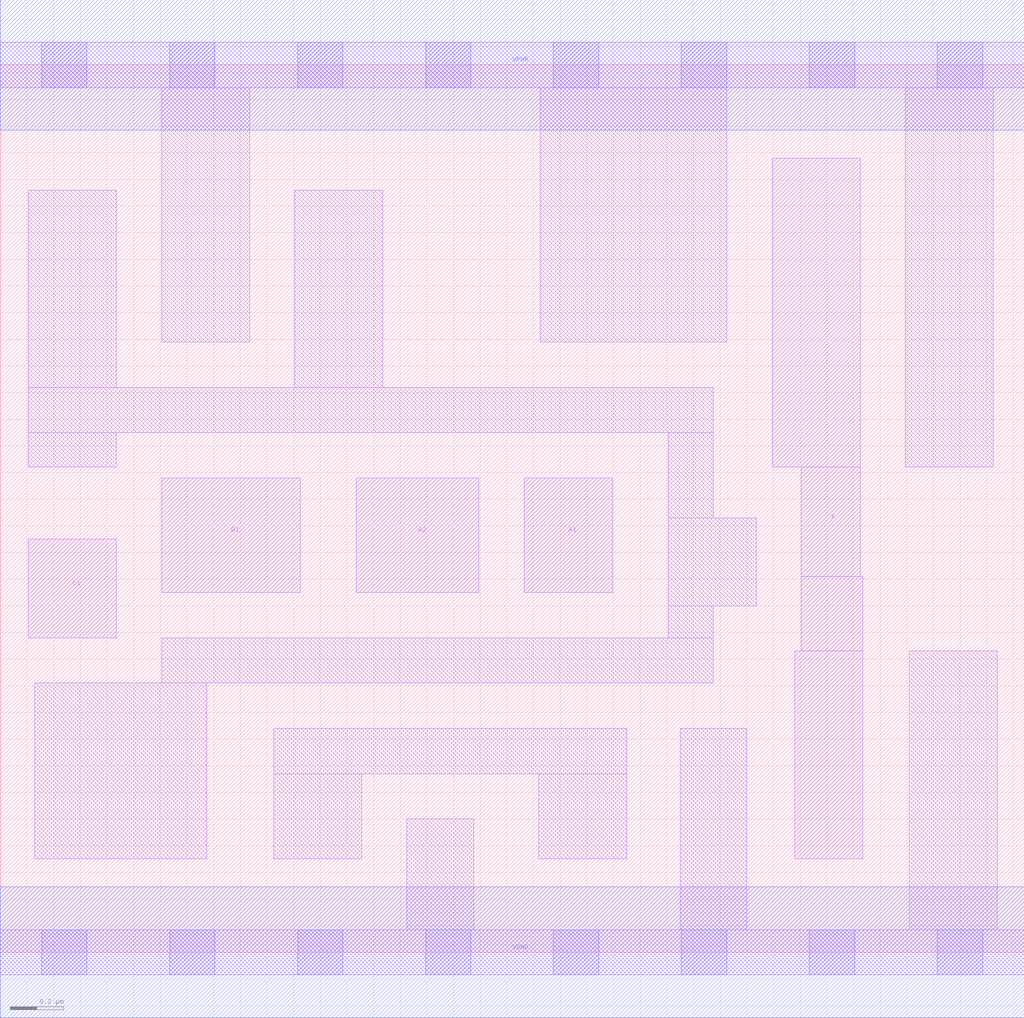
<source format=lef>
# Copyright 2020 The SkyWater PDK Authors
#
# Licensed under the Apache License, Version 2.0 (the "License");
# you may not use this file except in compliance with the License.
# You may obtain a copy of the License at
#
#     https://www.apache.org/licenses/LICENSE-2.0
#
# Unless required by applicable law or agreed to in writing, software
# distributed under the License is distributed on an "AS IS" BASIS,
# WITHOUT WARRANTIES OR CONDITIONS OF ANY KIND, either express or implied.
# See the License for the specific language governing permissions and
# limitations under the License.
#
# SPDX-License-Identifier: Apache-2.0

VERSION 5.7 ;
  NAMESCASESENSITIVE ON ;
  NOWIREEXTENSIONATPIN ON ;
  DIVIDERCHAR "/" ;
  BUSBITCHARS "[]" ;
UNITS
  DATABASE MICRONS 200 ;
END UNITS
MACRO sky130_fd_sc_ms__o211a_2
  CLASS CORE ;
  SOURCE USER ;
  FOREIGN sky130_fd_sc_ms__o211a_2 ;
  ORIGIN  0.000000  0.000000 ;
  SIZE  3.840000 BY  3.330000 ;
  SYMMETRY X Y ;
  SITE unit ;
  PIN A1
    ANTENNAGATEAREA  0.291000 ;
    DIRECTION INPUT ;
    USE SIGNAL ;
    PORT
      LAYER li1 ;
        RECT 1.965000 1.350000 2.295000 1.780000 ;
    END
  END A1
  PIN A2
    ANTENNAGATEAREA  0.291000 ;
    DIRECTION INPUT ;
    USE SIGNAL ;
    PORT
      LAYER li1 ;
        RECT 1.335000 1.350000 1.795000 1.780000 ;
    END
  END A2
  PIN B1
    ANTENNAGATEAREA  0.291000 ;
    DIRECTION INPUT ;
    USE SIGNAL ;
    PORT
      LAYER li1 ;
        RECT 0.605000 1.350000 1.125000 1.780000 ;
    END
  END B1
  PIN C1
    ANTENNAGATEAREA  0.291000 ;
    DIRECTION INPUT ;
    USE SIGNAL ;
    PORT
      LAYER li1 ;
        RECT 0.105000 1.180000 0.435000 1.550000 ;
    END
  END C1
  PIN X
    ANTENNADIFFAREA  0.509600 ;
    DIRECTION OUTPUT ;
    USE SIGNAL ;
    PORT
      LAYER li1 ;
        RECT 2.895000 1.820000 3.225000 2.980000 ;
        RECT 2.980000 0.350000 3.235000 1.130000 ;
        RECT 3.005000 1.130000 3.235000 1.410000 ;
        RECT 3.005000 1.410000 3.225000 1.820000 ;
    END
  END X
  PIN VGND
    DIRECTION INOUT ;
    USE GROUND ;
    PORT
      LAYER met1 ;
        RECT 0.000000 -0.245000 3.840000 0.245000 ;
    END
  END VGND
  PIN VPWR
    DIRECTION INOUT ;
    USE POWER ;
    PORT
      LAYER met1 ;
        RECT 0.000000 3.085000 3.840000 3.575000 ;
    END
  END VPWR
  OBS
    LAYER li1 ;
      RECT 0.000000 -0.085000 3.840000 0.085000 ;
      RECT 0.000000  3.245000 3.840000 3.415000 ;
      RECT 0.105000  1.820000 0.435000 1.950000 ;
      RECT 0.105000  1.950000 2.675000 2.120000 ;
      RECT 0.105000  2.120000 0.435000 2.860000 ;
      RECT 0.130000  0.350000 0.775000 1.010000 ;
      RECT 0.605000  1.010000 2.675000 1.180000 ;
      RECT 0.605000  2.290000 0.935000 3.245000 ;
      RECT 1.025000  0.350000 1.355000 0.670000 ;
      RECT 1.025000  0.670000 2.350000 0.840000 ;
      RECT 1.105000  2.120000 1.435000 2.860000 ;
      RECT 1.525000  0.085000 1.775000 0.500000 ;
      RECT 2.020000  0.350000 2.350000 0.670000 ;
      RECT 2.025000  2.290000 2.725000 3.245000 ;
      RECT 2.505000  1.180000 2.675000 1.300000 ;
      RECT 2.505000  1.300000 2.835000 1.630000 ;
      RECT 2.505000  1.630000 2.675000 1.950000 ;
      RECT 2.550000  0.085000 2.800000 0.840000 ;
      RECT 3.395000  1.820000 3.725000 3.245000 ;
      RECT 3.410000  0.085000 3.740000 1.130000 ;
    LAYER mcon ;
      RECT 0.155000 -0.085000 0.325000 0.085000 ;
      RECT 0.155000  3.245000 0.325000 3.415000 ;
      RECT 0.635000 -0.085000 0.805000 0.085000 ;
      RECT 0.635000  3.245000 0.805000 3.415000 ;
      RECT 1.115000 -0.085000 1.285000 0.085000 ;
      RECT 1.115000  3.245000 1.285000 3.415000 ;
      RECT 1.595000 -0.085000 1.765000 0.085000 ;
      RECT 1.595000  3.245000 1.765000 3.415000 ;
      RECT 2.075000 -0.085000 2.245000 0.085000 ;
      RECT 2.075000  3.245000 2.245000 3.415000 ;
      RECT 2.555000 -0.085000 2.725000 0.085000 ;
      RECT 2.555000  3.245000 2.725000 3.415000 ;
      RECT 3.035000 -0.085000 3.205000 0.085000 ;
      RECT 3.035000  3.245000 3.205000 3.415000 ;
      RECT 3.515000 -0.085000 3.685000 0.085000 ;
      RECT 3.515000  3.245000 3.685000 3.415000 ;
  END
END sky130_fd_sc_ms__o211a_2

</source>
